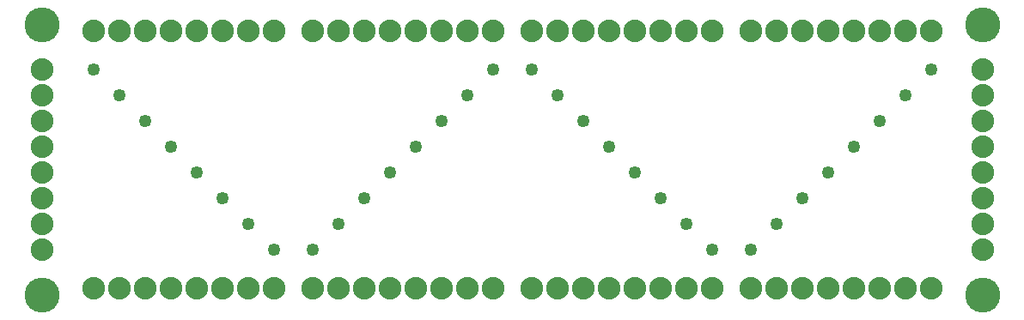
<source format=gts>
G04 MADE WITH FRITZING*
G04 WWW.FRITZING.ORG*
G04 DOUBLE SIDED*
G04 HOLES PLATED*
G04 CONTOUR ON CENTER OF CONTOUR VECTOR*
%ASAXBY*%
%FSLAX23Y23*%
%MOIN*%
%OFA0B0*%
%SFA1.0B1.0*%
%ADD10C,0.135984*%
%ADD11C,0.088000*%
%ADD12C,0.049370*%
%LNMASK1*%
G90*
G70*
G54D10*
X124Y1203D03*
X124Y153D03*
X3774Y153D03*
X3774Y1203D03*
G54D11*
X2874Y178D03*
X2974Y178D03*
X3074Y178D03*
X3174Y178D03*
X3274Y178D03*
X3374Y178D03*
X3474Y178D03*
X3574Y178D03*
X2724Y178D03*
X2624Y178D03*
X2524Y178D03*
X2424Y178D03*
X2324Y178D03*
X2224Y178D03*
X2124Y178D03*
X2024Y178D03*
X1174Y178D03*
X1274Y178D03*
X1374Y178D03*
X1474Y178D03*
X1574Y178D03*
X1674Y178D03*
X1774Y178D03*
X1874Y178D03*
X1024Y178D03*
X924Y178D03*
X824Y178D03*
X724Y178D03*
X624Y178D03*
X524Y178D03*
X424Y178D03*
X324Y178D03*
X2874Y1178D03*
X2974Y1178D03*
X3074Y1178D03*
X3174Y1178D03*
X3274Y1178D03*
X3374Y1178D03*
X3474Y1178D03*
X3574Y1178D03*
X2724Y1178D03*
X2624Y1178D03*
X2524Y1178D03*
X2424Y1178D03*
X2324Y1178D03*
X2224Y1178D03*
X2124Y1178D03*
X2024Y1178D03*
X1174Y1178D03*
X1274Y1178D03*
X1374Y1178D03*
X1474Y1178D03*
X1574Y1178D03*
X1674Y1178D03*
X1774Y1178D03*
X1874Y1178D03*
X1024Y1178D03*
X924Y1178D03*
X824Y1178D03*
X724Y1178D03*
X624Y1178D03*
X524Y1178D03*
X424Y1178D03*
X324Y1178D03*
X3774Y328D03*
X3774Y428D03*
X3774Y528D03*
X3774Y628D03*
X3774Y728D03*
X3774Y828D03*
X3774Y928D03*
X3774Y1028D03*
X124Y328D03*
X124Y428D03*
X124Y528D03*
X124Y628D03*
X124Y728D03*
X124Y828D03*
X124Y928D03*
X124Y1028D03*
G54D12*
X3074Y528D03*
X2524Y528D03*
X1374Y528D03*
X824Y528D03*
X2874Y328D03*
X2724Y328D03*
X1174Y328D03*
X1024Y328D03*
X2974Y428D03*
X2624Y428D03*
X1274Y428D03*
X924Y428D03*
X3174Y628D03*
X2424Y628D03*
X1474Y628D03*
X724Y628D03*
X3274Y728D03*
X2324Y728D03*
X1574Y728D03*
X624Y728D03*
X3374Y828D03*
X2224Y828D03*
X1674Y828D03*
X524Y828D03*
X3474Y928D03*
X2124Y928D03*
X1774Y928D03*
X424Y928D03*
X3574Y1028D03*
X2024Y1028D03*
X1874Y1028D03*
X324Y1028D03*
G04 End of Mask1*
M02*
</source>
